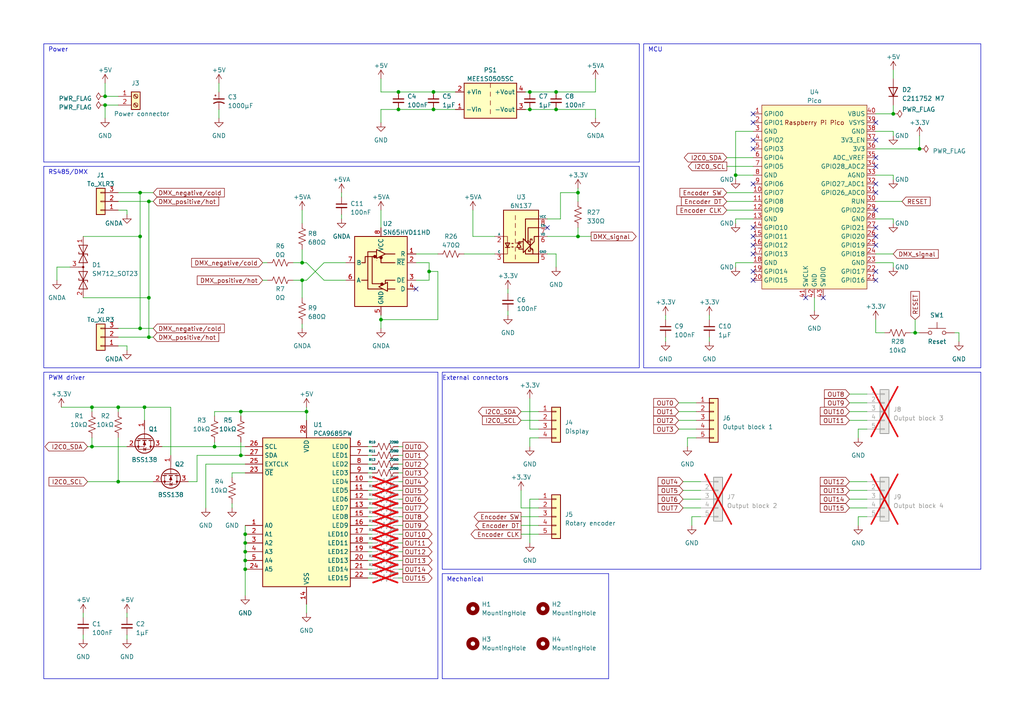
<source format=kicad_sch>
(kicad_sch (version 20230121) (generator eeschema)
  (paper "A4")
  (junction (at 87.63 81.28))
  (junction (at 43.18 97.79))
  (junction (at 265.43 96.52))
  (junction (at 125.73 31.75))
  (junction (at 40.64 68.58))
  (junction (at 161.29 31.75))
  (junction (at 167.64 68.58))
  (junction (at 71.12 160.02))
  (junction (at 259.08 33.02))
  (junction (at 69.85 132.08))
  (junction (at 62.23 129.54))
  (junction (at 26.67 129.54))
  (junction (at 125.73 26.67))
  (junction (at 110.49 92.71))
  (junction (at 43.18 86.36))
  (junction (at 153.67 26.67))
  (junction (at 71.12 165.1))
  (junction (at 30.48 30.48))
  (junction (at 266.7 43.18))
  (junction (at 71.12 157.48))
  (junction (at 167.64 55.88))
  (junction (at 34.29 139.7))
  (junction (at 43.18 58.42))
  (junction (at 34.29 118.11))
  (junction (at 26.67 118.11))
  (junction (at 153.67 31.75))
  (junction (at 40.64 95.25))
  (junction (at 69.85 119.38))
  (junction (at 87.63 76.2))
  (junction (at 71.12 154.94))
  (junction (at 30.48 27.94))
  (junction (at 213.36 50.8))
  (junction (at 124.46 78.74))
  (junction (at 115.57 31.75))
  (junction (at 71.12 162.56))
  (junction (at 115.57 26.67))
  (junction (at 41.91 118.11))
  (junction (at 88.9 119.38))
  (junction (at 161.29 26.67))
  (junction (at 40.64 55.88))
  (no_connect (at 120.65 83.82))
  (no_connect (at 254 71.12))
  (no_connect (at 254 55.88))
  (no_connect (at 254 40.64))
  (no_connect (at 254 78.74))
  (no_connect (at 218.44 53.34))
  (no_connect (at 254 66.04))
  (no_connect (at 218.44 81.28))
  (no_connect (at 218.44 66.04))
  (no_connect (at 218.44 73.66))
  (no_connect (at 254 68.58))
  (no_connect (at 218.44 68.58))
  (no_connect (at 218.44 43.18))
  (no_connect (at 238.76 86.36))
  (no_connect (at 158.75 66.04))
  (no_connect (at 218.44 33.02))
  (no_connect (at 218.44 40.64))
  (no_connect (at 254 53.34))
  (no_connect (at 218.44 78.74))
  (no_connect (at 254 35.56))
  (no_connect (at 233.68 86.36))
  (no_connect (at 254 48.26))
  (no_connect (at 218.44 35.56))
  (no_connect (at 218.44 71.12))
  (no_connect (at 254 60.96))
  (no_connect (at 254 81.28))
  (no_connect (at 254 45.72))
  (wire (pts (xy 210.82 45.72) (xy 218.44 45.72)))
  (wire (pts (xy 63.5 24.13) (xy 63.5 26.67)))
  (wire (pts (xy 106.68 167.64) (xy 107.95 167.64)))
  (polyline (pts (xy 284.48 12.7) (xy 284.48 106.68)))
  (wire (pts (xy 106.68 157.48) (xy 107.95 157.48)))
  (polyline (pts (xy 186.69 12.7) (xy 284.48 12.7)))
  (wire (pts (xy 110.49 35.56) (xy 110.49 31.75)))
  (wire (pts (xy 25.4 129.54) (xy 26.67 129.54)))
  (wire (pts (xy 106.68 149.86) (xy 107.95 149.86)))
  (wire (pts (xy 115.57 165.1) (xy 116.84 165.1)))
  (wire (pts (xy 93.98 81.28) (xy 88.9 76.2)))
  (wire (pts (xy 49.53 132.08) (xy 49.53 118.11)))
  (polyline (pts (xy 128.27 107.95) (xy 128.27 165.1)))
  (polyline (pts (xy 176.53 166.37) (xy 176.53 196.85)))
  (wire (pts (xy 57.15 132.08) (xy 69.85 132.08)))
  (wire (pts (xy 106.68 142.24) (xy 107.95 142.24)))
  (wire (pts (xy 43.18 86.36) (xy 43.18 97.79)))
  (wire (pts (xy 67.31 137.16) (xy 67.31 138.43)))
  (polyline (pts (xy 128.27 165.1) (xy 284.48 165.1)))
  (wire (pts (xy 34.29 118.11) (xy 34.29 119.38)))
  (wire (pts (xy 147.32 83.82) (xy 147.32 85.09)))
  (wire (pts (xy 127 78.74) (xy 127 92.71)))
  (wire (pts (xy 124.46 78.74) (xy 127 78.74)))
  (wire (pts (xy 153.67 127) (xy 156.21 127)))
  (wire (pts (xy 251.46 119.38) (xy 246.38 119.38)))
  (wire (pts (xy 76.2 76.2) (xy 77.47 76.2)))
  (wire (pts (xy 254 38.1) (xy 259.08 38.1)))
  (wire (pts (xy 213.36 38.1) (xy 213.36 50.8)))
  (wire (pts (xy 254 73.66) (xy 259.08 73.66)))
  (wire (pts (xy 115.57 31.75) (xy 125.73 31.75)))
  (wire (pts (xy 67.31 146.05) (xy 67.31 147.32)))
  (wire (pts (xy 115.57 152.4) (xy 116.84 152.4)))
  (wire (pts (xy 59.69 134.62) (xy 71.12 134.62)))
  (wire (pts (xy 251.46 142.24) (xy 246.38 142.24)))
  (polyline (pts (xy 284.48 106.68) (xy 186.69 106.68)))
  (polyline (pts (xy 12.7 107.95) (xy 127 107.95)))
  (wire (pts (xy 88.9 118.11) (xy 88.9 119.38)))
  (wire (pts (xy 259.08 33.02) (xy 259.08 30.48)))
  (wire (pts (xy 44.45 97.79) (xy 43.18 97.79)))
  (wire (pts (xy 24.13 177.8) (xy 24.13 179.07)))
  (wire (pts (xy 110.49 92.71) (xy 110.49 95.25)))
  (wire (pts (xy 76.2 81.28) (xy 77.47 81.28)))
  (wire (pts (xy 36.83 62.23) (xy 36.83 60.96)))
  (wire (pts (xy 153.67 124.46) (xy 156.21 124.46)))
  (wire (pts (xy 196.85 116.84) (xy 201.93 116.84)))
  (wire (pts (xy 152.4 26.67) (xy 153.67 26.67)))
  (wire (pts (xy 36.83 60.96) (xy 34.29 60.96)))
  (wire (pts (xy 265.43 92.71) (xy 265.43 96.52)))
  (wire (pts (xy 93.98 76.2) (xy 100.33 76.2)))
  (wire (pts (xy 115.57 147.32) (xy 116.84 147.32)))
  (wire (pts (xy 153.67 26.67) (xy 161.29 26.67)))
  (wire (pts (xy 115.57 132.08) (xy 116.84 132.08)))
  (polyline (pts (xy 284.48 165.1) (xy 284.48 107.95)))
  (wire (pts (xy 115.57 139.7) (xy 116.84 139.7)))
  (wire (pts (xy 278.13 96.52) (xy 278.13 99.06)))
  (wire (pts (xy 115.57 137.16) (xy 116.84 137.16)))
  (wire (pts (xy 30.48 24.13) (xy 30.48 27.94)))
  (wire (pts (xy 210.82 55.88) (xy 218.44 55.88)))
  (wire (pts (xy 205.74 97.79) (xy 205.74 99.06)))
  (wire (pts (xy 152.4 31.75) (xy 153.67 31.75)))
  (wire (pts (xy 254 50.8) (xy 259.08 50.8)))
  (wire (pts (xy 213.36 64.77) (xy 213.36 63.5)))
  (wire (pts (xy 198.12 144.78) (xy 203.2 144.78)))
  (wire (pts (xy 49.53 118.11) (xy 41.91 118.11)))
  (wire (pts (xy 40.64 95.25) (xy 34.29 95.25)))
  (wire (pts (xy 115.57 26.67) (xy 125.73 26.67)))
  (wire (pts (xy 162.56 63.5) (xy 158.75 63.5)))
  (wire (pts (xy 26.67 129.54) (xy 36.83 129.54)))
  (wire (pts (xy 198.12 139.7) (xy 203.2 139.7)))
  (wire (pts (xy 62.23 129.54) (xy 62.23 128.27)))
  (wire (pts (xy 26.67 118.11) (xy 26.67 119.38)))
  (wire (pts (xy 34.29 100.33) (xy 36.83 100.33)))
  (wire (pts (xy 210.82 60.96) (xy 218.44 60.96)))
  (wire (pts (xy 87.63 72.39) (xy 87.63 76.2)))
  (wire (pts (xy 71.12 172.72) (xy 71.12 165.1)))
  (wire (pts (xy 264.16 96.52) (xy 265.43 96.52)))
  (wire (pts (xy 162.56 63.5) (xy 162.56 55.88)))
  (wire (pts (xy 158.75 73.66) (xy 161.29 73.66)))
  (wire (pts (xy 251.46 144.78) (xy 246.38 144.78)))
  (wire (pts (xy 106.68 137.16) (xy 107.95 137.16)))
  (polyline (pts (xy 185.42 46.99) (xy 12.7 46.99)))
  (wire (pts (xy 210.82 48.26) (xy 218.44 48.26)))
  (wire (pts (xy 25.4 139.7) (xy 34.29 139.7)))
  (wire (pts (xy 236.22 86.36) (xy 236.22 90.17)))
  (wire (pts (xy 248.92 127) (xy 248.92 124.46)))
  (polyline (pts (xy 128.27 166.37) (xy 176.53 166.37)))
  (wire (pts (xy 106.68 165.1) (xy 107.95 165.1)))
  (wire (pts (xy 30.48 30.48) (xy 34.29 30.48)))
  (wire (pts (xy 36.83 100.33) (xy 36.83 101.6)))
  (wire (pts (xy 87.63 81.28) (xy 88.9 81.28)))
  (wire (pts (xy 99.06 55.88) (xy 99.06 57.15)))
  (wire (pts (xy 87.63 76.2) (xy 88.9 76.2)))
  (wire (pts (xy 41.91 118.11) (xy 41.91 121.92)))
  (wire (pts (xy 251.46 114.3) (xy 246.38 114.3)))
  (wire (pts (xy 40.64 55.88) (xy 40.64 68.58)))
  (wire (pts (xy 43.18 97.79) (xy 34.29 97.79)))
  (wire (pts (xy 147.32 90.17) (xy 147.32 91.44)))
  (wire (pts (xy 120.65 81.28) (xy 124.46 81.28)))
  (wire (pts (xy 71.12 165.1) (xy 71.12 162.56)))
  (wire (pts (xy 62.23 119.38) (xy 69.85 119.38)))
  (wire (pts (xy 71.12 160.02) (xy 71.12 157.48)))
  (wire (pts (xy 16.51 81.28) (xy 16.51 77.47)))
  (wire (pts (xy 106.68 147.32) (xy 107.95 147.32)))
  (wire (pts (xy 254 76.2) (xy 259.08 76.2)))
  (wire (pts (xy 106.68 134.62) (xy 107.95 134.62)))
  (polyline (pts (xy 186.69 12.7) (xy 186.69 106.68)))
  (wire (pts (xy 106.68 162.56) (xy 107.95 162.56)))
  (wire (pts (xy 213.36 63.5) (xy 218.44 63.5)))
  (wire (pts (xy 44.45 95.25) (xy 40.64 95.25)))
  (wire (pts (xy 167.64 68.58) (xy 158.75 68.58)))
  (wire (pts (xy 87.63 81.28) (xy 87.63 86.36)))
  (wire (pts (xy 40.64 68.58) (xy 40.64 95.25)))
  (wire (pts (xy 69.85 132.08) (xy 71.12 132.08)))
  (wire (pts (xy 69.85 128.27) (xy 69.85 132.08)))
  (wire (pts (xy 63.5 31.75) (xy 63.5 34.29)))
  (wire (pts (xy 200.66 149.86) (xy 203.2 149.86)))
  (wire (pts (xy 120.65 73.66) (xy 127 73.66)))
  (wire (pts (xy 62.23 129.54) (xy 71.12 129.54)))
  (wire (pts (xy 106.68 129.54) (xy 107.95 129.54)))
  (wire (pts (xy 57.15 132.08) (xy 57.15 139.7)))
  (wire (pts (xy 110.49 91.44) (xy 110.49 92.71)))
  (wire (pts (xy 172.72 26.67) (xy 172.72 22.86)))
  (wire (pts (xy 213.36 50.8) (xy 218.44 50.8)))
  (wire (pts (xy 24.13 184.15) (xy 24.13 185.42)))
  (wire (pts (xy 88.9 119.38) (xy 88.9 121.92)))
  (wire (pts (xy 88.9 175.26) (xy 88.9 177.8)))
  (wire (pts (xy 85.09 76.2) (xy 87.63 76.2)))
  (wire (pts (xy 110.49 22.86) (xy 110.49 26.67)))
  (wire (pts (xy 115.57 149.86) (xy 116.84 149.86)))
  (wire (pts (xy 127 92.71) (xy 110.49 92.71)))
  (polyline (pts (xy 185.42 12.7) (xy 185.42 46.99)))
  (wire (pts (xy 62.23 120.65) (xy 62.23 119.38)))
  (wire (pts (xy 93.98 81.28) (xy 100.33 81.28)))
  (wire (pts (xy 34.29 127) (xy 34.29 139.7)))
  (polyline (pts (xy 12.7 12.7) (xy 185.42 12.7)))
  (wire (pts (xy 30.48 34.29) (xy 30.48 30.48)))
  (wire (pts (xy 44.45 55.88) (xy 40.64 55.88)))
  (wire (pts (xy 151.13 149.86) (xy 156.21 149.86)))
  (wire (pts (xy 44.45 58.42) (xy 43.18 58.42)))
  (wire (pts (xy 87.63 60.96) (xy 87.63 64.77)))
  (wire (pts (xy 162.56 55.88) (xy 167.64 55.88)))
  (wire (pts (xy 248.92 124.46) (xy 251.46 124.46)))
  (wire (pts (xy 16.51 77.47) (xy 20.32 77.47)))
  (wire (pts (xy 153.67 115.57) (xy 153.67 124.46)))
  (wire (pts (xy 193.04 91.44) (xy 193.04 92.71)))
  (wire (pts (xy 106.68 152.4) (xy 107.95 152.4)))
  (wire (pts (xy 196.85 121.92) (xy 201.93 121.92)))
  (wire (pts (xy 153.67 157.48) (xy 153.67 144.78)))
  (wire (pts (xy 151.13 152.4) (xy 156.21 152.4)))
  (wire (pts (xy 254 33.02) (xy 259.08 33.02)))
  (polyline (pts (xy 128.27 107.95) (xy 284.48 107.95)))
  (wire (pts (xy 106.68 132.08) (xy 107.95 132.08)))
  (wire (pts (xy 200.66 152.4) (xy 200.66 149.86)))
  (wire (pts (xy 99.06 62.23) (xy 99.06 63.5)))
  (wire (pts (xy 167.64 54.61) (xy 167.64 55.88)))
  (wire (pts (xy 34.29 118.11) (xy 26.67 118.11)))
  (wire (pts (xy 115.57 142.24) (xy 116.84 142.24)))
  (wire (pts (xy 36.83 184.15) (xy 36.83 185.42)))
  (wire (pts (xy 248.92 152.4) (xy 248.92 149.86)))
  (wire (pts (xy 259.08 20.32) (xy 259.08 22.86)))
  (wire (pts (xy 153.67 129.54) (xy 153.67 127)))
  (wire (pts (xy 115.57 144.78) (xy 116.84 144.78)))
  (wire (pts (xy 199.39 129.54) (xy 199.39 127)))
  (wire (pts (xy 266.7 39.37) (xy 266.7 43.18)))
  (wire (pts (xy 193.04 97.79) (xy 193.04 99.06)))
  (wire (pts (xy 57.15 139.7) (xy 54.61 139.7)))
  (wire (pts (xy 196.85 124.46) (xy 201.93 124.46)))
  (wire (pts (xy 110.49 60.96) (xy 110.49 66.04)))
  (wire (pts (xy 71.12 157.48) (xy 71.12 154.94)))
  (wire (pts (xy 153.67 144.78) (xy 156.21 144.78)))
  (wire (pts (xy 106.68 160.02) (xy 107.95 160.02)))
  (wire (pts (xy 199.39 127) (xy 201.93 127)))
  (wire (pts (xy 71.12 162.56) (xy 71.12 160.02)))
  (wire (pts (xy 106.68 144.78) (xy 107.95 144.78)))
  (wire (pts (xy 134.62 73.66) (xy 143.51 73.66)))
  (wire (pts (xy 254 63.5) (xy 259.08 63.5)))
  (polyline (pts (xy 185.42 106.68) (xy 12.7 106.68)))
  (wire (pts (xy 259.08 52.07) (xy 259.08 50.8)))
  (wire (pts (xy 137.16 68.58) (xy 143.51 68.58)))
  (polyline (pts (xy 12.7 107.95) (xy 12.7 196.85)))
  (wire (pts (xy 198.12 142.24) (xy 203.2 142.24)))
  (wire (pts (xy 115.57 160.02) (xy 116.84 160.02)))
  (polyline (pts (xy 128.27 166.37) (xy 128.27 196.85)))
  (wire (pts (xy 251.46 139.7) (xy 246.38 139.7)))
  (wire (pts (xy 115.57 134.62) (xy 116.84 134.62)))
  (wire (pts (xy 259.08 64.77) (xy 259.08 63.5)))
  (wire (pts (xy 115.57 167.64) (xy 116.84 167.64)))
  (wire (pts (xy 26.67 127) (xy 26.67 129.54)))
  (wire (pts (xy 196.85 119.38) (xy 201.93 119.38)))
  (wire (pts (xy 125.73 31.75) (xy 132.08 31.75)))
  (wire (pts (xy 205.74 91.44) (xy 205.74 92.71)))
  (wire (pts (xy 213.36 38.1) (xy 218.44 38.1)))
  (wire (pts (xy 110.49 26.67) (xy 115.57 26.67)))
  (wire (pts (xy 106.68 154.94) (xy 107.95 154.94)))
  (wire (pts (xy 43.18 58.42) (xy 43.18 86.36)))
  (wire (pts (xy 254 58.42) (xy 261.62 58.42)))
  (wire (pts (xy 34.29 139.7) (xy 44.45 139.7)))
  (wire (pts (xy 259.08 39.37) (xy 259.08 38.1)))
  (wire (pts (xy 161.29 73.66) (xy 161.29 77.47)))
  (wire (pts (xy 115.57 154.94) (xy 116.84 154.94)))
  (polyline (pts (xy 12.7 48.26) (xy 185.42 48.26)))
  (wire (pts (xy 115.57 129.54) (xy 116.84 129.54)))
  (wire (pts (xy 265.43 96.52) (xy 266.7 96.52)))
  (wire (pts (xy 151.13 147.32) (xy 156.21 147.32)))
  (wire (pts (xy 167.64 55.88) (xy 167.64 58.42)))
  (wire (pts (xy 115.57 162.56) (xy 116.84 162.56)))
  (wire (pts (xy 254 92.71) (xy 254 96.52)))
  (wire (pts (xy 43.18 58.42) (xy 34.29 58.42)))
  (wire (pts (xy 161.29 31.75) (xy 172.72 31.75)))
  (wire (pts (xy 24.13 68.58) (xy 40.64 68.58)))
  (wire (pts (xy 120.65 76.2) (xy 124.46 76.2)))
  (polyline (pts (xy 127 107.95) (xy 127 196.85)))
  (wire (pts (xy 125.73 26.67) (xy 132.08 26.67)))
  (wire (pts (xy 213.36 76.2) (xy 218.44 76.2)))
  (wire (pts (xy 110.49 31.75) (xy 115.57 31.75)))
  (polyline (pts (xy 176.53 196.85) (xy 128.27 196.85)))
  (polyline (pts (xy 12.7 46.99) (xy 12.7 12.7)))
  (wire (pts (xy 115.57 157.48) (xy 116.84 157.48)))
  (wire (pts (xy 124.46 78.74) (xy 124.46 81.28)))
  (wire (pts (xy 59.69 134.62) (xy 59.69 147.32)))
  (wire (pts (xy 172.72 31.75) (xy 172.72 34.29)))
  (wire (pts (xy 93.98 76.2) (xy 88.9 81.28)))
  (polyline (pts (xy 185.42 48.26) (xy 185.42 106.68)))
  (wire (pts (xy 46.99 129.54) (xy 62.23 129.54)))
  (wire (pts (xy 71.12 154.94) (xy 71.12 152.4)))
  (polyline (pts (xy 127 196.85) (xy 12.7 196.85)))
  (wire (pts (xy 151.13 142.24) (xy 151.13 147.32)))
  (wire (pts (xy 69.85 120.65) (xy 69.85 119.38)))
  (wire (pts (xy 26.67 118.11) (xy 17.78 118.11)))
  (wire (pts (xy 251.46 121.92) (xy 246.38 121.92)))
  (wire (pts (xy 36.83 177.8) (xy 36.83 179.07)))
  (wire (pts (xy 259.08 77.47) (xy 259.08 76.2)))
  (polyline (pts (xy 12.7 48.26) (xy 12.7 106.68)))
  (wire (pts (xy 69.85 119.38) (xy 88.9 119.38)))
  (wire (pts (xy 167.64 68.58) (xy 167.64 66.04)))
  (wire (pts (xy 40.64 55.88) (xy 34.29 55.88)))
  (wire (pts (xy 24.13 86.36) (xy 43.18 86.36)))
  (wire (pts (xy 251.46 116.84) (xy 246.38 116.84)))
  (wire (pts (xy 41.91 118.11) (xy 34.29 118.11)))
  (wire (pts (xy 167.64 68.58) (xy 171.45 68.58)))
  (wire (pts (xy 151.13 154.94) (xy 156.21 154.94)))
  (wire (pts (xy 87.63 93.98) (xy 87.63 95.25)))
  (wire (pts (xy 137.16 60.96) (xy 137.16 68.58)))
  (wire (pts (xy 124.46 76.2) (xy 124.46 78.74)))
  (wire (pts (xy 251.46 147.32) (xy 246.38 147.32)))
  (wire (pts (xy 85.09 81.28) (xy 87.63 81.28)))
  (wire (pts (xy 161.29 26.67) (xy 172.72 26.67)))
  (wire (pts (xy 30.48 27.94) (xy 34.29 27.94)))
  (wire (pts (xy 210.82 58.42) (xy 218.44 58.42)))
  (wire (pts (xy 151.13 119.38) (xy 156.21 119.38)))
  (wire (pts (xy 213.36 77.47) (xy 213.36 76.2)))
  (wire (pts (xy 151.13 121.92) (xy 156.21 121.92)))
  (wire (pts (xy 198.12 147.32) (xy 203.2 147.32)))
  (wire (pts (xy 213.36 52.07) (xy 213.36 50.8)))
  (wire (pts (xy 106.68 139.7) (xy 107.95 139.7)))
  (wire (pts (xy 254 43.18) (xy 266.7 43.18)))
  (wire (pts (xy 248.92 149.86) (xy 251.46 149.86)))
  (wire (pts (xy 276.86 96.52) (xy 278.13 96.52)))
  (wire (pts (xy 153.67 31.75) (xy 161.29 31.75)))
  (wire (pts (xy 254 96.52) (xy 256.54 96.52)))
  (wire (pts (xy 67.31 137.16) (xy 71.12 137.16)))
  (text "External connectors" (at 128.27 110.49 0) (effects (font (size 1.27 1.27)) (justify left bottom)))
  (text "PWM driver" (at 13.97 110.49 0) (effects (font (size 1.27 1.27)) (justify left bottom)))
  (text "RS485/DMX" (at 13.97 50.8 0) (effects (font (size 1.27 1.27)) (justify left bottom)))
  (text "MCU" (at 187.96 15.24 0) (effects (font (size 1.27 1.27)) (justify left bottom)))
  (text "Power" (at 13.97 15.24 0) (effects (font (size 1.27 1.27)) (justify left bottom)))
  (text "Mechanical" (at 129.54 168.91 0) (effects (font (size 1.27 1.27)) (justify left bottom)))
  (global_label "DMX_negative{slash}cold" (shape input) (at 44.45 55.88 0) (property "Intersheetrefs" "${INTERSHEET_REFS}" (effects hide)))
  (global_label "OUT0" (shape output) (at 116.84 129.54 0) (property "Intersheetrefs" "${INTERSHEET_REFS}" (effects hide)))
  (global_label "DMX_signal" (shape input) (at 259.08 73.66 0) (property "Intersheetrefs" "${INTERSHEET_REFS}" (effects hide)))
  (global_label "OUT11" (shape output) (at 116.84 157.48 0) (property "Intersheetrefs" "${INTERSHEET_REFS}" (effects hide)))
  (global_label "DMX_positive{slash}hot" (shape input) (at 76.2 81.28 180) (property "Intersheetrefs" "${INTERSHEET_REFS}" (effects hide)))
  (global_label "OUT7" (shape output) (at 116.84 147.32 0) (property "Intersheetrefs" "${INTERSHEET_REFS}" (effects hide)))
  (global_label "OUT1" (shape input) (at 196.85 119.38 180) (property "Intersheetrefs" "${INTERSHEET_REFS}" (effects hide)))
  (global_label "OUT2" (shape output) (at 116.84 134.62 0) (property "Intersheetrefs" "${INTERSHEET_REFS}" (effects hide)))
  (global_label "Encoder DT" (shape input) (at 210.82 58.42 180) (property "Intersheetrefs" "${INTERSHEET_REFS}" (effects hide)))
  (global_label "OUT5" (shape input) (at 198.12 142.24 180) (property "Intersheetrefs" "${INTERSHEET_REFS}" (effects hide)))
  (global_label "OUT10" (shape input) (at 246.38 119.38 180) (property "Intersheetrefs" "${INTERSHEET_REFS}" (effects hide)))
  (global_label "OUT14" (shape input) (at 246.38 144.78 180) (property "Intersheetrefs" "${INTERSHEET_REFS}" (effects hide)))
  (global_label "OUT14" (shape output) (at 116.84 165.1 0) (property "Intersheetrefs" "${INTERSHEET_REFS}" (effects hide)))
  (global_label "OUT2" (shape input) (at 196.85 121.92 180) (property "Intersheetrefs" "${INTERSHEET_REFS}" (effects hide)))
  (global_label "DMX_signal" (shape output) (at 171.45 68.58 0) (property "Intersheetrefs" "${INTERSHEET_REFS}" (effects hide)))
  (global_label "Encoder SW" (shape output) (at 151.13 149.86 180) (property "Intersheetrefs" "${INTERSHEET_REFS}" (effects hide)))
  (global_label "OUT0" (shape input) (at 196.85 116.84 180) (property "Intersheetrefs" "${INTERSHEET_REFS}" (effects hide)))
  (global_label "OUT4" (shape output) (at 116.84 139.7 0) (property "Intersheetrefs" "${INTERSHEET_REFS}" (effects hide)))
  (global_label "RESET" (shape input) (at 261.62 58.42 0) (property "Intersheetrefs" "${INTERSHEET_REFS}" (effects hide)))
  (global_label "OUT9" (shape output) (at 116.84 152.4 0) (property "Intersheetrefs" "${INTERSHEET_REFS}" (effects hide)))
  (global_label "OUT3" (shape input) (at 196.85 124.46 180) (property "Intersheetrefs" "${INTERSHEET_REFS}" (effects hide)))
  (global_label "Encoder CLK" (shape output) (at 151.13 154.94 180) (property "Intersheetrefs" "${INTERSHEET_REFS}" (effects hide)))
  (global_label "OUT15" (shape input) (at 246.38 147.32 180) (property "Intersheetrefs" "${INTERSHEET_REFS}" (effects hide)))
  (global_label "OUT9" (shape input) (at 246.38 116.84 180) (property "Intersheetrefs" "${INTERSHEET_REFS}" (effects hide)))
  (global_label "OUT6" (shape output) (at 116.84 144.78 0) (property "Intersheetrefs" "${INTERSHEET_REFS}" (effects hide)))
  (global_label "OUT12" (shape input) (at 246.38 139.7 180) (property "Intersheetrefs" "${INTERSHEET_REFS}" (effects hide)))
  (global_label "OUT5" (shape output) (at 116.84 142.24 0) (property "Intersheetrefs" "${INTERSHEET_REFS}" (effects hide)))
  (global_label "OUT10" (shape output) (at 116.84 154.94 0) (property "Intersheetrefs" "${INTERSHEET_REFS}" (effects hide)))
  (global_label "OUT11" (shape input) (at 246.38 121.92 180) (property "Intersheetrefs" "${INTERSHEET_REFS}" (effects hide)))
  (global_label "I2C0_SCL" (shape input) (at 151.13 121.92 180) (property "Intersheetrefs" "${INTERSHEET_REFS}" (effects hide)))
  (global_label "OUT6" (shape input) (at 198.12 144.78 180) (property "Intersheetrefs" "${INTERSHEET_REFS}" (effects hide)))
  (global_label "Encoder DT" (shape output) (at 151.13 152.4 180) (property "Intersheetrefs" "${INTERSHEET_REFS}" (effects hide)))
  (global_label "I2C0_SDA" (shape bidirectional) (at 210.82 45.72 180) (property "Intersheetrefs" "${INTERSHEET_REFS}" (effects hide)))
  (global_label "OUT13" (shape input) (at 246.38 142.24 180) (property "Intersheetrefs" "${INTERSHEET_REFS}" (effects hide)))
  (global_label "Encoder SW" (shape input) (at 210.82 55.88 180) (property "Intersheetrefs" "${INTERSHEET_REFS}" (effects hide)))
  (global_label "OUT8" (shape output) (at 116.84 149.86 0) (property "Intersheetrefs" "${INTERSHEET_REFS}" (effects hide)))
  (global_label "I2C0_SCL" (shape output) (at 210.82 48.26 180) (property "Intersheetrefs" "${INTERSHEET_REFS}" (effects hide)))
  (global_label "OUT13" (shape output) (at 116.84 162.56 0) (property "Intersheetrefs" "${INTERSHEET_REFS}" (effects hide)))
  (global_label "OUT12" (shape output) (at 116.84 160.02 0) (property "Intersheetrefs" "${INTERSHEET_REFS}" (effects hide)))
  (global_label "RESET" (shape input) (at 265.43 92.71 90) (property "Intersheetrefs" "${INTERSHEET_REFS}" (effects hide)))
  (global_label "OUT8" (shape input) (at 246.38 114.3 180) (property "Intersheetrefs" "${INTERSHEET_REFS}" (effects hide)))
  (global_label "OUT3" (shape output) (at 116.84 137.16 0) (property "Intersheetrefs" "${INTERSHEET_REFS}" (effects hide)))
  (global_label "OUT4" (shape input) (at 198.12 139.7 180) (property "Intersheetrefs" "${INTERSHEET_REFS}" (effects hide)))
  (global_label "OUT1" (shape output) (at 116.84 132.08 0) (property "Intersheetrefs" "${INTERSHEET_REFS}" (effects hide)))
  (global_label "DMX_positive{slash}hot" (shape input) (at 44.45 58.42 0) (property "Intersheetrefs" "${INTERSHEET_REFS}" (effects hide)))
  (global_label "I2C0_SCL" (shape input) (at 25.4 139.7 180) (property "Intersheetrefs" "${INTERSHEET_REFS}" (effects hide)))
  (global_label "DMX_negative{slash}cold" (shape input) (at 44.45 95.25 0) (property "Intersheetrefs" "${INTERSHEET_REFS}" (effects hide)))
  (global_label "OUT7" (shape input) (at 198.12 147.32 180) (property "Intersheetrefs" "${INTERSHEET_REFS}" (effects hide)))
  (global_label "Encoder CLK" (shape input) (at 210.82 60.96 180) (property "Intersheetrefs" "${INTERSHEET_REFS}" (effects hide)))
  (global_label "I2C0_SDA" (shape bidirectional) (at 151.13 119.38 180) (property "Intersheetrefs" "${INTERSHEET_REFS}" (effects hide)))
  (global_label "I2C0_SDA" (shape bidirectional) (at 25.4 129.54 180) (property "Intersheetrefs" "${INTERSHEET_REFS}" (effects hide)))
  (global_label "DMX_negative{slash}cold" (shape input) (at 76.2 76.2 180) (property "Intersheetrefs" "${INTERSHEET_REFS}" (effects hide)))
  (global_label "OUT15" (shape output) (at 116.84 167.64 0) (property "Intersheetrefs" "${INTERSHEET_REFS}" (effects hide)))
  (global_label "DMX_positive{slash}hot" (shape input) (at 44.45 97.79 0) (property "Intersheetrefs" "${INTERSHEET_REFS}" (effects hide)))
  (symbol (lib_id "power:+5V") (at 63.5 24.13 0) (unit 1)
    (property "Reference" "#PWR012" (effects hide))
    (property "Value" "+5V" (at 63.5 20.32 0))
  )
  (symbol (lib_id "Device:C_Small") (at 115.57 29.21 0) (unit 1)
    (property "Reference" "C4" (at 118.11 27.94 0) (effects (justify left)))
    (property "Value" "100nF" (at 118.11 30.48 0) (effects (justify left)))
    (property "Footprint" "Capacitor_SMD:C_0805_2012Metric_Pad1.18x1.45mm_HandSolder" (effects hide))
  )
  (symbol (lib_id "power:GNDA") (at 87.63 95.25 0) (unit 1)
    (property "Reference" "#PWR017" (effects hide))
    (property "Value" "GNDA" (at 87.63 100.33 0))
  )
  (symbol (lib_id "power:GND") (at 259.08 64.77 0) (unit 1)
    (property "Reference" "#PWR051" (effects hide))
    (property "Value" "GND" (at 261.62 64.77 0))
  )
  (symbol (lib_id "power:+5VA") (at 87.63 60.96 0) (unit 1)
    (property "Reference" "#PWR016" (effects hide))
    (property "Value" "+5VA" (at 87.63 57.15 0))
  )
  (symbol (lib_id "power:+5VA") (at 99.06 55.88 0) (unit 1)
    (property "Reference" "#PWR055" (effects hide))
    (property "Value" "+5VA" (at 99.06 52.07 0))
  )
  (symbol (lib_id "power:GNDA") (at 172.72 34.29 0) (unit 1)
    (property "Reference" "#PWR034" (effects hide))
    (property "Value" "GNDA" (at 172.72 39.37 0))
  )
  (symbol (lib_id "power:GND") (at 213.36 64.77 0) (unit 1)
    (property "Reference" "#PWR042" (effects hide))
    (property "Value" "GND" (at 210.82 64.77 0))
  )
  (symbol (lib_id "power:GND") (at 153.67 157.48 0) (unit 1)
    (property "Reference" "#PWR030" (effects hide))
    (property "Value" "GND" (at 153.67 162.56 0))
  )
  (symbol (lib_id "power:GND") (at 110.49 35.56 0) (unit 1)
    (property "Reference" "#PWR021" (effects hide))
    (property "Value" "GND" (at 110.49 40.64 0))
  )
  (symbol (lib_id "power:+5V") (at 36.83 177.8 0) (unit 1)
    (property "Reference" "#PWR09" (effects hide))
    (property "Value" "+5V" (at 36.83 173.99 0))
  )
  (symbol (lib_id "Device:R_US") (at 111.76 154.94 90) (unit 1) (dnp yes)
    (property "Reference" "R20" (at 107.95 153.67 90) (effects (font (size 0.635 0.635))))
    (property "Value" "220Ω" (at 114.3 153.67 90) (effects (font (size 0.635 0.635))))
    (property "Footprint" "Resistor_SMD:R_0805_2012Metric_Pad1.20x1.40mm_HandSolder" (effects hide))
  )
  (symbol (lib_id "power:+5V") (at 88.9 118.11 0) (unit 1)
    (property "Reference" "#PWR018" (effects hide))
    (property "Value" "+5V" (at 88.9 114.3 0))
  )
  (symbol (lib_id "power:+3.3V") (at 193.04 91.44 0) (unit 1)
    (property "Reference" "#PWR035" (effects hide))
    (property "Value" "+3.3V" (at 193.04 87.63 0))
  )
  (symbol (lib_id "power:GND") (at 36.83 185.42 0) (unit 1)
    (property "Reference" "#PWR010" (effects hide))
    (property "Value" "GND" (at 36.83 190.5 0))
  )
  (symbol (lib_id "Device:R_US") (at 111.76 134.62 90) (unit 1)
    (property "Reference" "R12" (at 107.95 133.35 90) (effects (font (size 0.635 0.635))))
    (property "Value" "220Ω" (at 114.3 133.35 90) (effects (font (size 0.635 0.635))))
    (property "Footprint" "Resistor_SMD:R_0805_2012Metric_Pad1.20x1.40mm_HandSolder" (effects hide))
  )
  (symbol (lib_id "Device:C_Small") (at 99.06 59.69 0) (unit 1)
    (property "Reference" "C11" (at 101.6 59.0613 0) (effects (justify left)))
    (property "Value" "100nF" (at 101.6 61.6013 0) (effects (justify left)))
    (property "Footprint" "Capacitor_SMD:C_0805_2012Metric_Pad1.18x1.45mm_HandSolder" (effects hide))
  )
  (symbol (lib_id "Mechanical:MountingHole") (at 137.16 186.69 0) (unit 1)
    (property "Reference" "H3" (at 139.7 185.42 0) (effects (justify left)))
    (property "Value" "MountingHole" (at 139.7 187.96 0) (effects (justify left)))
    (property "Footprint" "MountingHole:MountingHole_4.3mm_M4_ISO7380" (effects hide))
  )
  (symbol (lib_id "Device:R_US") (at 111.76 149.86 90) (unit 1) (dnp yes)
    (property "Reference" "R18" (at 107.95 148.59 90) (effects (font (size 0.635 0.635))))
    (property "Value" "220Ω" (at 114.3 148.59 90) (effects (font (size 0.635 0.635))))
    (property "Footprint" "Resistor_SMD:R_0805_2012Metric_Pad1.20x1.40mm_HandSolder" (effects hide))
  )
  (symbol (lib_id "power:+5VA") (at 137.16 60.96 0) (unit 1)
    (property "Reference" "#PWR024" (effects hide))
    (property "Value" "+5VA" (at 137.16 57.15 0))
  )
  (symbol (lib_id "Isolator:6N137") (at 151.13 68.58 0) (unit 1)
    (property "Reference" "U3" (at 151.13 57.15 0))
    (property "Value" "6N137" (at 151.13 59.69 0))
    (property "Footprint" "DMX_servo_controller_hardware:6N137-X007T" (effects hide))
    (property "Datasheet" "https://docs.broadcom.com/docs/AV02-0940EN" (effects hide))
  )
  (symbol (lib_id "Driver_LED:PCA9685PW") (at 88.9 147.32 0) (unit 1)
    (property "Reference" "U1" (at 90.8559 123.19 0) (effects (justify left)))
    (property "Value" "PCA9685PW" (at 90.8559 125.73 0) (effects (justify left)))
    (property "Footprint" "Package_SO:TSSOP-28_4.4x9.7mm_P0.65mm" (effects hide))
    (property "Datasheet" "http://www.nxp.com/documents/data_sheet/PCA9685.pdf" (effects hide))
  )
  (symbol (lib_id "Device:R_US") (at 111.76 160.02 90) (unit 1) (dnp yes)
    (property "Reference" "R22" (at 107.95 158.75 90) (effects (font (size 0.635 0.635))))
    (property "Value" "220Ω" (at 114.3 158.75 90) (effects (font (size 0.635 0.635))))
    (property "Footprint" "Resistor_SMD:R_0805_2012Metric_Pad1.20x1.40mm_HandSolder" (effects hide))
  )
  (symbol (lib_id "Device:C_Small") (at 205.74 95.25 0) (unit 1)
    (property "Reference" "C10" (at 208.28 94.6213 0) (effects (justify left)))
    (property "Value" "1μF" (at 208.28 97.1613 0) (effects (justify left)))
    (property "Footprint" "Capacitor_SMD:C_0805_2012Metric_Pad1.18x1.45mm_HandSolder" (effects hide))
  )
  (symbol (lib_id "Device:R_US") (at 87.63 90.17 0) (unit 1)
    (property "Reference" "R9" (at 89.281 89.3353 0) (effects (justify left)))
    (property "Value" "680Ω" (at 89.281 91.8722 0) (effects (justify left)))
    (property "Footprint" "Resistor_SMD:R_0805_2012Metric_Pad1.20x1.40mm_HandSolder" (effects hide))
  )
  (symbol (lib_id "Device:R_US") (at 81.28 81.28 90) (unit 1)
    (property "Reference" "R7" (at 81.28 83.82 90))
    (property "Value" "0Ω" (at 81.28 86.36 90))
    (property "Footprint" "Resistor_SMD:R_0805_2012Metric_Pad1.20x1.40mm_HandSolder" (effects hide))
  )
  (symbol (lib_id "power:+5VA") (at 110.49 60.96 0) (unit 1)
    (property "Reference" "#PWR022" (effects hide))
    (property "Value" "+5VA" (at 110.49 57.15 0))
  )
  (symbol (lib_id "Device:R_US") (at 111.76 162.56 90) (unit 1) (dnp yes)
    (property "Reference" "R23" (at 107.95 161.29 90) (effects (font (size 0.635 0.635))))
    (property "Value" "220Ω" (at 114.3 161.29 90) (effects (font (size 0.635 0.635))))
    (property "Footprint" "Resistor_SMD:R_0805_2012Metric_Pad1.20x1.40mm_HandSolder" (effects hide))
  )
  (symbol (lib_id "power:PWR_FLAG") (at 30.48 27.94 90) (unit 1)
    (property "Reference" "#FLG01" (effects hide))
    (property "Value" "PWR_FLAG" (at 26.67 28.575 90) (effects (justify left)))
  )
  (symbol (lib_id "power:PWR_FLAG") (at 266.7 43.18 270) (unit 1)
    (property "Reference" "#FLG04" (effects hide))
    (property "Value" "PWR_FLAG" (at 270.51 43.815 90) (effects (justify left)))
  )
  (symbol (lib_id "Device:C_Small") (at 24.13 181.61 0) (unit 1)
    (property "Reference" "C1" (at 26.67 180.9813 0) (effects (justify left)))
    (property "Value" "100nF" (at 26.67 183.5213 0) (effects (justify left)))
    (property "Footprint" "Capacitor_SMD:C_0805_2012Metric_Pad1.18x1.45mm_HandSolder" (effects hide))
  )
  (symbol (lib_id "power:GNDA") (at 16.51 81.28 0) (unit 1)
    (property "Reference" "#PWR01" (effects hide))
    (property "Value" "GNDA" (at 16.51 86.36 0))
  )
  (symbol (lib_id "Device:R_US") (at 34.29 123.19 0) (unit 1)
    (property "Reference" "R2" (at 29.21 120.65 0) (effects (justify left)))
    (property "Value" "10kΩ" (at 27.94 123.19 0) (effects (justify left)))
    (property "Footprint" "Resistor_SMD:R_0805_2012Metric_Pad1.20x1.40mm_HandSolder" (effects hide))
  )
  (symbol (lib_id "power:+5V") (at 110.49 22.86 0) (unit 1)
    (property "Reference" "#PWR020" (effects hide))
    (property "Value" "+5V" (at 110.49 19.05 0))
  )
  (symbol (lib_id "Device:R_US") (at 111.76 152.4 90) (unit 1) (dnp yes)
    (property "Reference" "R19" (at 107.95 151.13 90) (effects (font (size 0.635 0.635))))
    (property "Value" "220Ω" (at 114.3 151.13 90) (effects (font (size 0.635 0.635))))
    (property "Footprint" "Resistor_SMD:R_0805_2012Metric_Pad1.20x1.40mm_HandSolder" (effects hide))
  )
  (symbol (lib_id "Diode:SM712_SOT23") (at 24.13 77.47 270) (unit 1)
    (property "Reference" "D1" (at 26.67 76.835 90) (effects (justify left)))
    (property "Value" "SM712_SOT23" (at 26.67 79.375 90) (effects (justify left)))
    (property "Footprint" "Package_TO_SOT_SMD:SOT-23" (effects hide))
    (property "Datasheet" "https://www.littelfuse.com/~/media/electronics/datasheets/tvs_diode_arrays/littelfuse_tvs_diode_array_sm712_datasheet.pdf.pdf" (effects hide))
  )
  (symbol (lib_id "Device:R_US") (at 69.85 124.46 0) (unit 1)
    (property "Reference" "R5" (at 64.77 121.92 0) (effects (justify left)))
    (property "Value" "10kΩ" (at 63.5 124.46 0) (effects (justify left)))
    (property "Footprint" "Resistor_SMD:R_0805_2012Metric_Pad1.20x1.40mm_HandSolder" (effects hide))
  )
  (symbol (lib_id "Device:R_US") (at 111.76 142.24 90) (unit 1) (dnp yes)
    (property "Reference" "R15" (at 107.95 140.97 90) (effects (font (size 0.635 0.635))))
    (property "Value" "220Ω" (at 114.3 140.97 90) (effects (font (size 0.635 0.635))))
    (property "Footprint" "Resistor_SMD:R_0805_2012Metric_Pad1.20x1.40mm_HandSolder" (effects hide))
  )
  (symbol (lib_id "power:GND") (at 199.39 129.54 0) (unit 1)
    (property "Reference" "#PWR037" (effects hide))
    (property "Value" "GND" (at 199.39 134.62 0))
  )
  (symbol (lib_id "power:GNDA") (at 36.83 62.23 0) (unit 1)
    (property "Reference" "#PWR07" (effects hide))
    (property "Value" "GNDA" (at 33.02 64.77 0))
  )
  (symbol (lib_id "power:GND") (at 63.5 34.29 0) (unit 1)
    (property "Reference" "#PWR013" (effects hide))
    (property "Value" "GND" (at 63.5 39.37 0))
  )
  (symbol (lib_id "power:GND") (at 236.22 90.17 0) (unit 1)
    (property "Reference" "#PWR044" (effects hide))
    (property "Value" "GND" (at 236.22 95.25 0))
  )
  (symbol (lib_id "power:+3.3V") (at 153.67 115.57 0) (unit 1)
    (property "Reference" "#PWR028" (effects hide))
    (property "Value" "+3.3V" (at 153.67 111.76 0))
  )
  (symbol (lib_id "Connector_Generic:Conn_01x04") (at 161.29 121.92 0) (unit 1)
    (property "Reference" "J4" (at 163.83 122.555 0) (effects (justify left)))
    (property "Value" "Display" (at 163.83 125.095 0) (effects (justify left)))
    (property "Footprint" "Connector_JST:JST_XH_B4B-XH-AM_1x04_P2.50mm_Vertical" (effects hide))
  )
  (symbol (lib_id "Device:R_US") (at 111.76 139.7 90) (unit 1) (dnp yes)
    (property "Reference" "R14" (at 107.95 138.43 90) (effects (font (size 0.635 0.635))))
    (property "Value" "220Ω" (at 114.3 138.43 90) (effects (font (size 0.635 0.635))))
    (property "Footprint" "Resistor_SMD:R_0805_2012Metric_Pad1.20x1.40mm_HandSolder" (effects hide))
  )
  (symbol (lib_id "Pi_Pico:Pico") (at 236.22 57.15 0) (unit 1)
    (property "Reference" "U4" (at 236.22 26.67 0))
    (property "Value" "Pico" (at 236.22 29.21 0))
    (property "Footprint" "RPi_Pico:RPi_Pico_SMD_TH" (effects hide))
  )
  (symbol (lib_id "Device:C_Small") (at 125.73 29.21 0) (unit 1)
    (property "Reference" "C5" (at 128.27 27.94 0) (effects (justify left)))
    (property "Value" "1μF" (at 128.27 30.48 0) (effects (justify left)))
    (property "Footprint" "Capacitor_SMD:C_0805_2012Metric_Pad1.18x1.45mm_HandSolder" (effects hide))
  )
  (symbol (lib_id "power:+5VA") (at 172.72 22.86 0) (unit 1)
    (property "Reference" "#PWR033" (effects hide))
    (property "Value" "+5VA" (at 172.72 19.05 0))
  )
  (symbol (lib_id "power:GND") (at 153.67 129.54 0) (unit 1)
    (property "Reference" "#PWR029" (effects hide))
    (property "Value" "GND" (at 153.67 134.62 0))
  )
  (symbol (lib_id "Device:C_Small") (at 147.32 87.63 0) (unit 1)
    (property "Reference" "C6" (at 149.86 87.0013 0) (effects (justify left)))
    (property "Value" "100nF" (at 149.86 89.5413 0) (effects (justify left)))
    (property "Footprint" "Capacitor_SMD:C_0805_2012Metric_Pad1.18x1.45mm_HandSolder" (effects hide))
  )
  (symbol (lib_id "Switch:SW_Push") (at 271.78 96.52 0) (unit 1)
    (property "Reference" "SW1" (at 271.78 91.44 0))
    (property "Value" "Reset" (at 271.78 99.06 0))
    (property "Footprint" "Button_Switch_SMD:SW_SPST_TL3342" (effects hide))
  )
  (symbol (lib_id "Device:C_Small") (at 153.67 29.21 0) (unit 1)
    (property "Reference" "C7" (at 156.21 27.94 0) (effects (justify left)))
    (property "Value" "1μF" (at 156.21 30.48 0) (effects (justify left)))
    (property "Footprint" "Capacitor_SMD:C_0805_2012Metric_Pad1.18x1.45mm_HandSolder" (effects hide))
  )
  (symbol (lib_id "Transistor_FET:BSS138") (at 49.53 137.16 270) (unit 1)
    (property "Reference" "Q2" (at 52.07 134.62 90))
    (property "Value" "BSS138" (at 49.53 143.51 90))
    (property "Footprint" "Package_TO_SOT_SMD:SOT-23" (effects hide))
    (property "Datasheet" "https://www.onsemi.com/pub/Collateral/BSS138-D.PDF" (effects hide))
  )
  (symbol (lib_id "power:GND") (at 248.92 127 0) (unit 1)
    (property "Reference" "#PWR045" (effects hide))
    (property "Value" "GND" (at 248.92 132.08 0))
  )
  (symbol (lib_id "Device:R_US") (at 81.28 76.2 90) (unit 1)
    (property "Reference" "R6" (at 81.28 71.374 90))
    (property "Value" "0Ω" (at 81.28 73.914 90))
    (property "Footprint" "Resistor_SMD:R_0805_2012Metric_Pad1.20x1.40mm_HandSolder" (effects hide))
  )
  (symbol (lib_id "Device:R_US") (at 111.76 165.1 90) (unit 1) (dnp yes)
    (property "Reference" "R24" (at 107.95 163.83 90) (effects (font (size 0.635 0.635))))
    (property "Value" "220Ω" (at 114.3 163.83 90) (effects (font (size 0.635 0.635))))
    (property "Footprint" "Resistor_SMD:R_0805_2012Metric_Pad1.20x1.40mm_HandSolder" (effects hide))
  )
  (symbol (lib_id "Diode:MRA4003T3G") (at 259.08 26.67 90) (unit 1)
    (property "Reference" "D2" (at 261.62 26.035 90) (effects (justify right)))
    (property "Value" "C211752 M7" (at 261.62 28.575 90) (effects (justify right)))
    (property "Footprint" "Diode_SMD:D_SMA" (effects hide))
    (property "Datasheet" "https://datasheet.lcsc.com/lcsc/1912111437_Yangzhou-Yangjie-Elec-Tech-M7_C211752.pdf" (effects hide))
  )
  (symbol (lib_id "power:GND") (at 248.92 152.4 0) (unit 1)
    (property "Reference" "#PWR046" (effects hide))
    (property "Value" "GND" (at 248.92 157.48 0))
  )
  (symbol (lib_id "power:+3.3V") (at 147.32 83.82 0) (unit 1)
    (property "Reference" "#PWR025" (effects hide))
    (property "Value" "+3.3V" (at 147.32 80.01 0))
  )
  (symbol (lib_id "Device:R_US") (at 167.64 62.23 0) (unit 1)
    (property "Reference" "R27" (at 170.18 61.595 0) (effects (justify left)))
    (property "Value" "330Ω" (at 170.18 64.135 0) (effects (justify left)))
    (property "Footprint" "Resistor_SMD:R_0805_2012Metric_Pad1.20x1.40mm_HandSolder" (effects hide))
  )
  (symbol (lib_id "power:GND") (at 59.69 147.32 0) (unit 1)
    (property "Reference" "#PWR011" (effects hide))
    (property "Value" "GND" (at 59.69 152.4 0))
  )
  (symbol (lib_id "Connector_Generic:Conn_01x05") (at 256.54 144.78 0) (unit 1) (dnp yes)
    (property "Reference" "J9" (at 259.08 144.145 0) (effects (justify left)))
    (property "Value" "Output block 4" (at 259.08 146.685 0) (effects (justify left)))
    (property "Footprint" "Connector_JST:JST_XH_B5B-XH-AM_1x05_P2.50mm_Vertical" (effects hide))
  )
  (symbol (lib_id "power:+3.3V") (at 205.74 91.44 0) (unit 1)
    (property "Reference" "#PWR039" (effects hide))
    (property "Value" "+3.3V" (at 205.74 87.63 0))
  )
  (symbol (lib_id "Device:R_US") (at 111.76 129.54 90) (unit 1)
    (property "Reference" "R10" (at 107.95 128.27 90) (effects (font (size 0.635 0.635))))
    (property "Value" "220Ω" (at 114.3 128.27 90) (effects (font (size 0.635 0.635))))
    (property "Footprint" "Resistor_SMD:R_0805_2012Metric_Pad1.20x1.40mm_HandSolder" (effects hide))
  )
  (symbol (lib_id "Device:R_US") (at 260.35 96.52 90) (unit 1)
    (property "Reference" "R28" (at 260.35 99.06 90))
    (property "Value" "10kΩ" (at 260.35 101.6 90))
    (property "Footprint" "Resistor_SMD:R_0805_2012Metric_Pad1.20x1.40mm_HandSolder" (effects hide))
  )
  (symbol (lib_id "power:GND") (at 213.36 52.07 0) (unit 1)
    (property "Reference" "#PWR041" (effects hide))
    (property "Value" "GND" (at 210.82 52.07 0))
  )
  (symbol (lib_id "power:GNDA") (at 99.06 63.5 0) (unit 1)
    (property "Reference" "#PWR056" (effects hide))
    (property "Value" "GNDA" (at 99.06 68.58 0))
  )
  (symbol (lib_id "power:GND") (at 30.48 34.29 0) (unit 1)
    (property "Reference" "#PWR06" (effects hide))
    (property "Value" "GND" (at 30.48 39.37 0))
  )
  (symbol (lib_id "power:+3.3V") (at 254 92.71 0) (unit 1)
    (property "Reference" "#PWR047" (effects hide))
    (property "Value" "+3.3V" (at 254 88.9 0))
  )
  (symbol (lib_id "power:+3.3V") (at 266.7 39.37 0) (unit 1)
    (property "Reference" "#PWR053" (effects hide))
    (property "Value" "+3.3V" (at 266.7 35.56 0))
  )
  (symbol (lib_id "Device:R_US") (at 62.23 124.46 0) (unit 1)
    (property "Reference" "R3" (at 57.15 121.92 0) (effects (justify left)))
    (property "Value" "10kΩ" (at 55.88 124.46 0) (effects (justify left)))
    (property "Footprint" "Resistor_SMD:R_0805_2012Metric_Pad1.20x1.40mm_HandSolder" (effects hide))
  )
  (symbol (lib_id "Device:C_Polarized_Small_US") (at 63.5 29.21 0) (unit 1)
    (property "Reference" "C3" (at 66.04 28.1432 0) (effects (justify left)))
    (property "Value" "1000μF" (at 66.04 30.6832 0) (effects (justify left)))
    (property "Footprint" "Capacitor_THT:CP_Radial_D10.0mm_P5.00mm" (effects hide))
  )
  (symbol (lib_id "power:GND") (at 88.9 177.8 0) (unit 1)
    (property "Reference" "#PWR019" (effects hide))
    (property "Value" "GND" (at 88.9 182.88 0))
  )
  (symbol (lib_id "Connector_Generic:Conn_01x03") (at 29.21 97.79 180) (unit 1)
    (property "Reference" "J2" (at 29.21 90.17 0))
    (property "Value" "To_XLR3" (at 29.21 92.71 0))
    (property "Footprint" "Connector_JST:JST_XH_B3B-XH-AM_1x03_P2.50mm_Vertical" (effects hide))
  )
  (symbol (lib_id "Device:R_US") (at 111.76 167.64 90) (unit 1) (dnp yes)
    (property "Reference" "R25" (at 107.95 166.37 90) (effects (font (size 0.635 0.635))))
    (property "Value" "220Ω" (at 114.3 166.37 90) (effects (font (size 0.635 0.635))))
    (property "Footprint" "Resistor_SMD:R_0805_2012Metric_Pad1.20x1.40mm_HandSolder" (effects hide))
  )
  (symbol (lib_id "power:GND") (at 278.13 99.06 0) (unit 1)
    (property "Reference" "#PWR054" (effects hide))
    (property "Value" "GND" (at 278.13 104.14 0))
  )
  (symbol (lib_id "power:GND") (at 259.08 39.37 0) (unit 1)
    (property "Reference" "#PWR049" (effects hide))
    (property "Value" "GND" (at 261.62 39.37 0))
  )
  (symbol (lib_id "Device:C_Small") (at 36.83 181.61 0) (unit 1)
    (property "Reference" "C2" (at 39.37 180.9813 0) (effects (justify left)))
    (property "Value" "1μF" (at 39.37 183.5213 0) (effects (justify left)))
    (property "Footprint" "Capacitor_SMD:C_0805_2012Metric_Pad1.18x1.45mm_HandSolder" (effects hide))
  )
  (symbol (lib_id "Transistor_FET:BSS138") (at 41.91 127 270) (unit 1)
    (property "Reference" "Q1" (at 44.45 124.46 90))
    (property "Value" "BSS138" (at 41.91 133.35 90))
    (property "Footprint" "Package_TO_SOT_SMD:SOT-23" (effects hide))
    (property "Datasheet" "https://www.onsemi.com/pub/Collateral/BSS138-D.PDF" (effects hide))
  )
  (symbol (lib_id "Device:R_US") (at 111.76 137.16 90) (unit 1)
    (property "Reference" "R13" (at 107.95 135.89 90) (effects (font (size 0.635 0.635))))
    (property "Value" "220Ω" (at 114.3 135.89 90) (effects (font (size 0.635 0.635))))
    (property "Footprint" "Resistor_SMD:R_0805_2012Metric_Pad1.20x1.40mm_HandSolder" (effects hide))
  )
  (symbol (lib_id "power:PWR_FLAG") (at 259.08 33.02 270) (unit 1)
    (property "Reference" "#FLG03" (effects hide))
    (property "Value" "PWR_FLAG" (at 261.62 31.75 90) (effects (justify left)))
  )
  (symbol (lib_id "Mechanical:MountingHole") (at 137.16 176.53 0) (unit 1)
    (property "Reference" "H1" (at 139.7 175.26 0) (effects (justify left)))
    (property "Value" "MountingHole" (at 139.7 177.8 0) (effects (justify left)))
    (property "Footprint" "MountingHole:MountingHole_4.3mm_M4_ISO7380" (effects hide))
  )
  (symbol (lib_id "Device:C_Small") (at 161.29 29.21 0) (unit 1)
    (property "Reference" "C8" (at 163.83 27.94 0) (effects (justify left)))
    (property "Value" "100nF" (at 163.83 30.48 0) (effects (justify left)))
    (property "Footprint" "Capacitor_SMD:C_0805_2012Metric_Pad1.18x1.45mm_HandSolder" (effects hide))
  )
  (symbol (lib_id "Converter_DCDC:MEE1S0505SC") (at 142.24 29.21 0) (unit 1)
    (property "Reference" "PS1" (at 142.24 20.32 0))
    (property "Value" "MEE1S0505SC" (at 142.24 22.86 0))
    (property "Footprint" "Converter_DCDC:Converter_DCDC_Murata_MEE1SxxxxSC_THT" (effects hide))
    (property "Datasheet" "https://power.murata.com/pub/data/power/ncl/kdc_mee1.pdf" (effects hide))
  )
  (symbol (lib_id "power:+3.3V") (at 167.64 54.61 0) (unit 1)
    (property "Reference" "#PWR032" (effects hide))
    (property "Value" "+3.3V" (at 167.64 50.8 0))
  )
  (symbol (lib_id "Connector_Generic:Conn_01x05") (at 207.01 121.92 0) (unit 1)
    (property "Reference" "J6" (at 209.55 121.285 0) (effects (justify left)))
    (property "Value" "Output block 1" (at 209.55 123.825 0) (effects (justify left)))
    (property "Footprint" "Connector_JST:JST_XH_B5B-XH-AM_1x05_P2.50mm_Vertical" (effects hide))
  )
  (symbol (lib_id "Device:R_US") (at 130.81 73.66 270) (unit 1)
    (property "Reference" "R26" (at 130.81 68.58 90))
    (property "Value" "470Ω" (at 130.81 71.12 90))
    (property "Footprint" "Resistor_SMD:R_0805_2012Metric_Pad1.20x1.40mm_HandSolder" (effects hide))
  )
  (symbol (lib_id "Connector:Screw_Terminal_01x02") (at 39.37 27.94 0) (unit 1)
    (property "Reference" "J3" (at 38.1 24.13 0) (effects (justify left)))
    (property "Value" "Power connector" (at 33.02 33.02 0) (effects (justify left)))
    (property "Footprint" "TerminalBlock:TerminalBlock_bornier-2_P5.08mm" (effects hide))
  )
  (symbol (lib_id "Device:R_US") (at 67.31 142.24 0) (unit 1)
    (property "Reference" "R4" (at 62.23 139.7 0) (effects (justify left)))
    (property "Value" "10kΩ" (at 60.96 142.24 0) (effects (justify left)))
    (property "Footprint" "Resistor_SMD:R_0805_2012Metric_Pad1.20x1.40mm_HandSolder" (effects hide))
  )
  (symbol (lib_id "power:GND") (at 200.66 152.4 0) (unit 1)
    (property "Reference" "#PWR038" (effects hide))
    (property "Value" "GND" (at 200.66 157.48 0))
  )
  (symbol (lib_id "Interface_UART:SN65HVD11HD") (at 110.49 78.74 0) (mirror y) (unit 1)
    (property "Reference" "U2" (at 111.0106 64.8802 0) (effects (justify right)))
    (property "Value" "SN65HVD11HD" (at 111.0106 67.4171 0) (effects (justify right)))
    (property "Footprint" "Package_DIP:DIP-8_W7.62mm" (effects hide))
    (property "Datasheet" "http://www.ti.com/lit/ds/symlink/sn65hvd11-ht.pdf" (effects hide))
  )
  (symbol (lib_id "power:GND") (at 71.12 172.72 0) (unit 1)
    (property "Reference" "#PWR015" (effects hide))
    (property "Value" "GND" (at 71.12 177.8 0))
  )
  (symbol (lib_id "power:GND") (at 147.32 91.44 0) (unit 1)
    (property "Reference" "#PWR026" (effects hide))
    (property "Value" "GND" (at 147.32 96.52 0))
  )
  (symbol (lib_id "power:GND") (at 259.08 52.07 0) (unit 1)
    (property "Reference" "#PWR050" (effects hide))
    (property "Value" "GND" (at 261.62 52.07 0))
  )
  (symbol (lib_id "Connector_Generic:Conn_01x03") (at 29.21 58.42 180) (unit 1)
    (property "Reference" "J1" (at 29.21 50.8 0))
    (property "Value" "To_XLR3" (at 29.21 53.34 0))
    (property "Footprint" "Connector_JST:JST_XH_B3B-XH-AM_1x03_P2.50mm_Vertical" (effects hide))
  )
  (symbol (lib_id "power:GNDA") (at 110.49 95.25 0) (unit 1)
    (property "Reference" "#PWR023" (effects hide))
    (property "Value" "GNDA" (at 110.49 100.33 0))
  )
  (symbol (lib_id "Mechanical:MountingHole") (at 157.48 176.53 0) (unit 1)
    (property "Reference" "H2" (at 160.02 175.26 0) (effects (justify left)))
    (property "Value" "MountingHole" (at 160.02 177.8 0) (effects (justify left)))
    (property "Footprint" "MountingHole:MountingHole_4.3mm_M4_ISO7380" (effects hide))
  )
  (symbol (lib_id "Device:R_US") (at 111.76 144.78 90) (unit 1) (dnp yes)
    (property "Reference" "R16" (at 107.95 143.51 90) (effects (font (size 0.635 0.635))))
    (property "Value" "220Ω" (at 114.3 143.51 90) (effects (font (size 0.635 0.635))))
    (property "Footprint" "Resistor_SMD:R_0805_2012Metric_Pad1.20x1.40mm_HandSolder" (effects hide))
  )
  (symbol (lib_id "power:GND") (at 161.29 77.47 0) (unit 1)
    (property "Reference" "#PWR031" (effects hide))
    (property "Value" "GND" (at 161.29 82.55 0))
  )
  (symbol (lib_id "power:+5V") (at 259.08 20.32 0) (unit 1)
    (property "Reference" "#PWR048" (effects hide))
    (property "Value" "+5V" (at 259.08 16.51 0))
  )
  (symbol (lib_id "power:PWR_FLAG") (at 30.48 30.48 90) (unit 1)
    (property "Reference" "#FLG02" (effects hide))
    (property "Value" "PWR_FLAG" (at 26.67 31.115 90) (effects (justify left)))
  )
  (symbol (lib_id "power:GND") (at 67.31 147.32 0) (unit 1)
    (property "Reference" "#PWR014" (effects hide))
    (property "Value" "GND" (at 67.31 152.4 0))
  )
  (symbol (lib_id "Connector_Generic:Conn_01x05") (at 256.54 119.38 0) (unit 1) (dnp yes)
    (property "Reference" "J8" (at 259.08 118.745 0) (effects (justify left)))
    (property "Value" "Output block 3" (at 259.08 121.285 0) (effects (justify left)))
    (property "Footprint" "Connector_JST:JST_XH_B5B-XH-AM_1x05_P2.50mm_Vertical" (effects hide))
  )
  (symbol (lib_id "Device:R_US") (at 111.76 132.08 90) (unit 1)
    (property "Reference" "R11" (at 107.95 130.81 90) (effects (font (size 0.635 0.635))))
    (property "Value" "220Ω" (at 114.3 130.81 90) (effects (font (size 0.635 0.635))))
    (property "Footprint" "Resistor_SMD:R_0805_2012Metric_Pad1.20x1.40mm_HandSolder" (effects hide))
  )
  (symbol (lib_id "power:GND") (at 259.08 77.47 0) (unit 1)
    (property "Reference" "#PWR052" (effects hide))
    (property "Value" "GND" (at 261.62 77.47 0))
  )
  (symbol (lib_id "power:GND") (at 213.36 77.47 0) (unit 1)
    (property "Reference" "#PWR043" (effects hide))
    (property "Value" "GND" (at 210.82 77.47 0))
  )
  (symbol (lib_id "power:+3.3V") (at 151.13 142.24 0) (unit 1)
    (property "Reference" "#PWR027" (effects hide))
    (property "Value" "+3.3V" (at 151.13 138.43 0))
  )
  (symbol (lib_id "power:+5V") (at 30.48 24.13 0) (unit 1)
    (property "Reference" "#PWR05" (effects hide))
    (property "Value" "+5V" (at 30.48 20.32 0))
  )
  (symbol (lib_id "Device:R_US") (at 26.67 123.19 0) (unit 1)
    (property "Reference" "R1" (at 21.59 120.65 0) (effects (justify left)))
    (property "Value" "10kΩ" (at 20.32 123.19 0) (effects (justify left)))
    (property "Footprint" "Resistor_SMD:R_0805_2012Metric_Pad1.20x1.40mm_HandSolder" (effects hide))
  )
  (symbol (lib_id "power:+5V") (at 24.13 177.8 0) (unit 1)
    (property "Reference" "#PWR03" (effects hide))
    (property "Value" "+5V" (at 24.13 173.99 0))
  )
  (symbol (lib_id "Device:R_US") (at 111.76 157.48 90) (unit 1) (dnp yes)
    (property "Reference" "R21" (at 107.95 156.21 90) (effects (font (size 0.635 0.635))))
    (property "Value" "220Ω" (at 114.3 156.21 90) (effects (font (size 0.635 0.635))))
    (property "Footprint" "Resistor_SMD:R_0805_2012Metric_Pad1.20x1.40mm_HandSolder" (effects hide))
  )
  (symbol (lib_id "power:GND") (at 193.04 99.06 0) (unit 1)
    (property "Reference" "#PWR036" (effects hide))
    (property "Value" "GND" (at 193.04 104.14 0))
  )
  (symbol (lib_id "power:GND") (at 205.74 99.06 0) (unit 1)
    (property "Reference" "#PWR040" (effects hide))
    (property "Value" "GND" (at 205.74 104.14 0))
  )
  (symbol (lib_id "Device:R_US") (at 111.76 147.32 90) (unit 1) (dnp yes)
    (property "Reference" "R17" (at 107.95 146.05 90) (effects (font (size 0.635 0.635))))
    (property "Value" "220Ω" (at 114.3 146.05 90) (effects (font (size 0.635 0.635))))
    (property "Footprint" "Resistor_SMD:R_0805_2012Metric_Pad1.20x1.40mm_HandSolder" (effects hide))
  )
  (symbol (lib_id "Connector_Generic:Conn_01x05") (at 208.28 144.78 0) (unit 1) (dnp yes)
    (property "Reference" "J7" (at 210.82 144.145 0) (effects (justify left)))
    (property "Value" "Output block 2" (at 210.82 146.685 0) (effects (justify left)))
    (property "Footprint" "Connector_JST:JST_XH_B5B-XH-AM_1x05_P2.50mm_Vertical" (effects hide))
  )
  (symbol (lib_id "Device:R_US") (at 87.63 68.58 0) (unit 1)
    (property "Reference" "R8" (at 89.281 67.7453 0) (effects (justify left)))
    (property "Value" "680Ω" (at 89.281 70.2822 0) (effects (justify left)))
    (property "Footprint" "Resistor_SMD:R_0805_2012Metric_Pad1.20x1.40mm_HandSolder" (effects hide))
  )
  (symbol (lib_id "power:+3.3V") (at 17.78 118.11 0) (unit 1)
    (property "Reference" "#PWR02" (effects hide))
    (property "Value" "+3.3V" (at 17.78 114.3 0))
  )
  (symbol (lib_id "power:GNDA") (at 36.83 101.6 0) (unit 1)
    (property "Reference" "#PWR08" (effects hide))
    (property "Value" "GNDA" (at 33.02 104.14 0))
  )
  (symbol (lib_id "Device:C_Small") (at 193.04 95.25 0) (unit 1)
    (property "Reference" "C9" (at 195.58 94.6213 0) (effects (justify left)))
    (property "Value" "100nF" (at 195.58 97.1613 0) (effects (justify left)))
    (property "Footprint" "Capacitor_SMD:C_0805_2012Metric_Pad1.18x1.45mm_HandSolder" (effects hide))
  )
  (symbol (lib_id "Connector_Generic:Conn_01x05") (at 161.29 149.86 0) (unit 1)
    (property "Reference" "J5" (at 163.83 149.225 0) (effects (justify left)))
    (property "Value" "Rotary encoder" (at 163.83 151.765 0) (effects (justify left)))
    (property "Footprint" "Connector_JST:JST_XH_B5B-XH-AM_1x05_P2.50mm_Vertical" (effects hide))
  )
  (symbol (lib_id "power:GND") (at 24.13 185.42 0) (unit 1)
    (property "Reference" "#PWR04" (effects hide))
    (property "Value" "GND" (at 24.13 190.5 0))
  )
  (symbol (lib_id "Mechanical:MountingHole") (at 157.48 186.69 0) (unit 1)
    (property "Reference" "H4" (at 160.02 185.42 0) (effects (justify left)))
    (property "Value" "MountingHole" (at 160.02 187.96 0) (effects (justify left)))
    (property "Footprint" "MountingHole:MountingHole_4.3mm_M4_ISO7380" (effects hide))
  )
)
</source>
